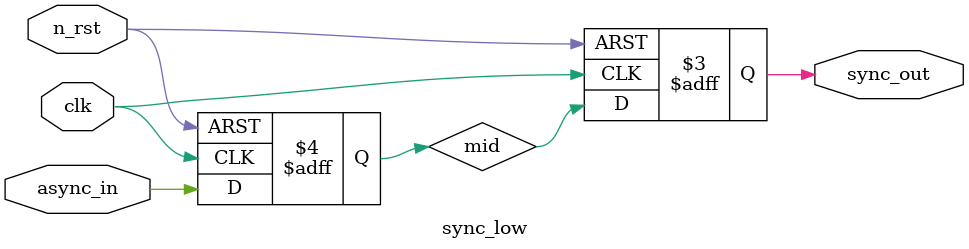
<source format=sv>
module sync_low
(
	input wire clk,
	input wire n_rst,
	input wire async_in,
	output reg sync_out
);

reg mid;
always_ff @ (posedge clk, negedge n_rst)
begin
	if (1'b0 == n_rst)
	begin
		sync_out <= 1'b0;
		mid <= 1'b0;
	end
	else
	begin
		mid <= async_in;
		sync_out <= mid;
	end
end
endmodule 

</source>
